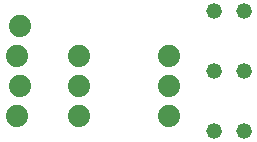
<source format=gbr>
G04 EAGLE Gerber RS-274X export*
G75*
%MOMM*%
%FSLAX34Y34*%
%LPD*%
%INBottom Copper*%
%IPPOS*%
%AMOC8*
5,1,8,0,0,1.08239X$1,22.5*%
G01*
%ADD10C,1.320800*%
%ADD11C,1.879600*%


D10*
X203200Y152400D03*
X228600Y152400D03*
X203200Y101600D03*
X228600Y101600D03*
X203200Y50800D03*
X228600Y50800D03*
D11*
X36830Y63500D03*
X39370Y88900D03*
X36830Y114300D03*
X39370Y139700D03*
X88900Y114300D03*
X165100Y114300D03*
X88900Y88900D03*
X165100Y88900D03*
X88900Y63500D03*
X165100Y63500D03*
M02*

</source>
